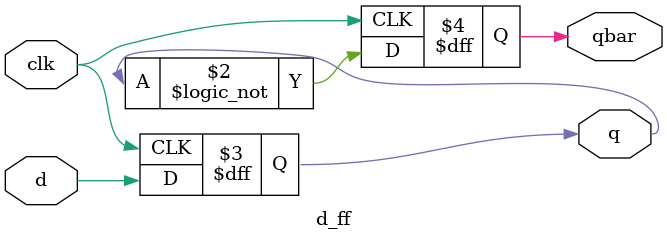
<source format=v>
module d_ff(
 input clk,
  input d,
output reg q,
 output reg qbar
);

always @ (posedge clk)
begin 
q<=d;
qbar<=!q;
end

endmodule 


</source>
